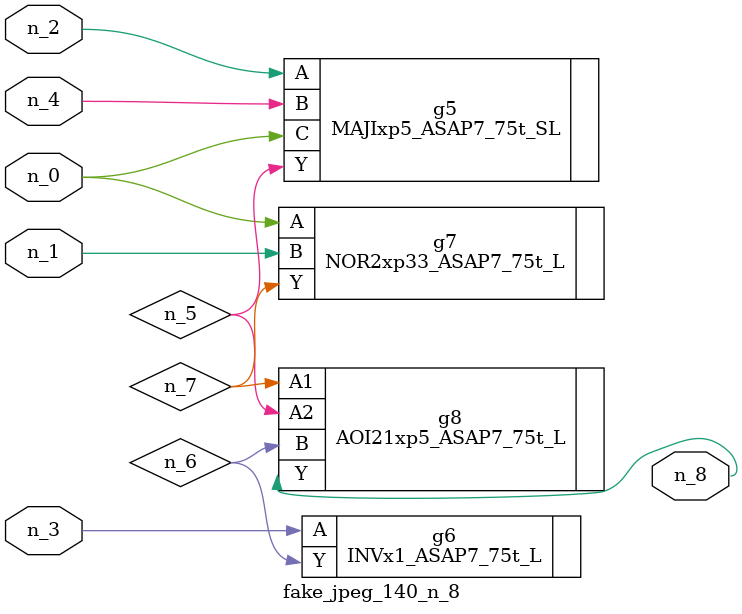
<source format=v>
module fake_jpeg_140_n_8 (n_3, n_2, n_1, n_0, n_4, n_8);

input n_3;
input n_2;
input n_1;
input n_0;
input n_4;

output n_8;

wire n_6;
wire n_5;
wire n_7;

MAJIxp5_ASAP7_75t_SL g5 ( 
.A(n_2),
.B(n_4),
.C(n_0),
.Y(n_5)
);

INVx1_ASAP7_75t_L g6 ( 
.A(n_3),
.Y(n_6)
);

NOR2xp33_ASAP7_75t_L g7 ( 
.A(n_0),
.B(n_1),
.Y(n_7)
);

AOI21xp5_ASAP7_75t_L g8 ( 
.A1(n_7),
.A2(n_5),
.B(n_6),
.Y(n_8)
);


endmodule
</source>
